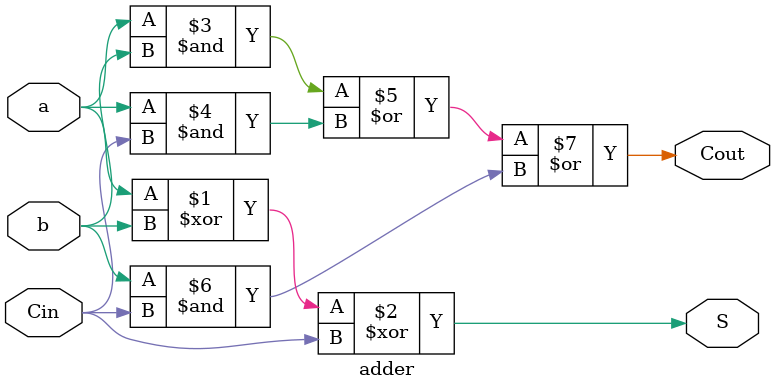
<source format=v>
`timescale 1ns / 1ps


module adder(
 input a, b, Cin,
 output S, Cout);
  
assign S = (a ^ b ^ Cin);
assign Cout = ((a & b) | (a & Cin) | (b & Cin));

    
endmodule

</source>
